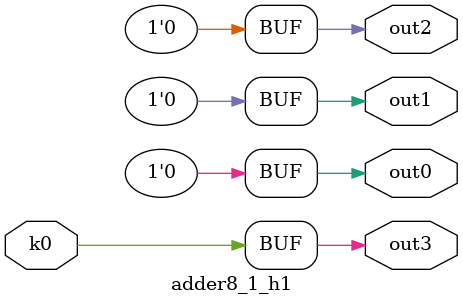
<source format=v>
module adder8_1(pi0, pi1, pi2, pi3, pi4, pi5, pi6, po0, po1, po2, po3);
input pi0, pi1, pi2, pi3, pi4, pi5, pi6;
output po0, po1, po2, po3;
wire k0;
adder8_1_w1 DUT1 (pi0, pi1, pi2, pi3, pi4, pi5, pi6, k0);
adder8_1_h1 DUT2 (k0, po0, po1, po2, po3);
endmodule

module adder8_1_w1(in6, in5, in4, in3, in2, in1, in0, k0);
input in6, in5, in4, in3, in2, in1, in0;
output k0;
assign k0 =   in6 ? (~in3 ^ in0) : (in3 ^ in0);
endmodule

module adder8_1_h1(k0, out3, out2, out1, out0);
input k0;
output out3, out2, out1, out0;
assign out0 = 0;
assign out1 = 0;
assign out2 = 0;
assign out3 = k0;
endmodule

</source>
